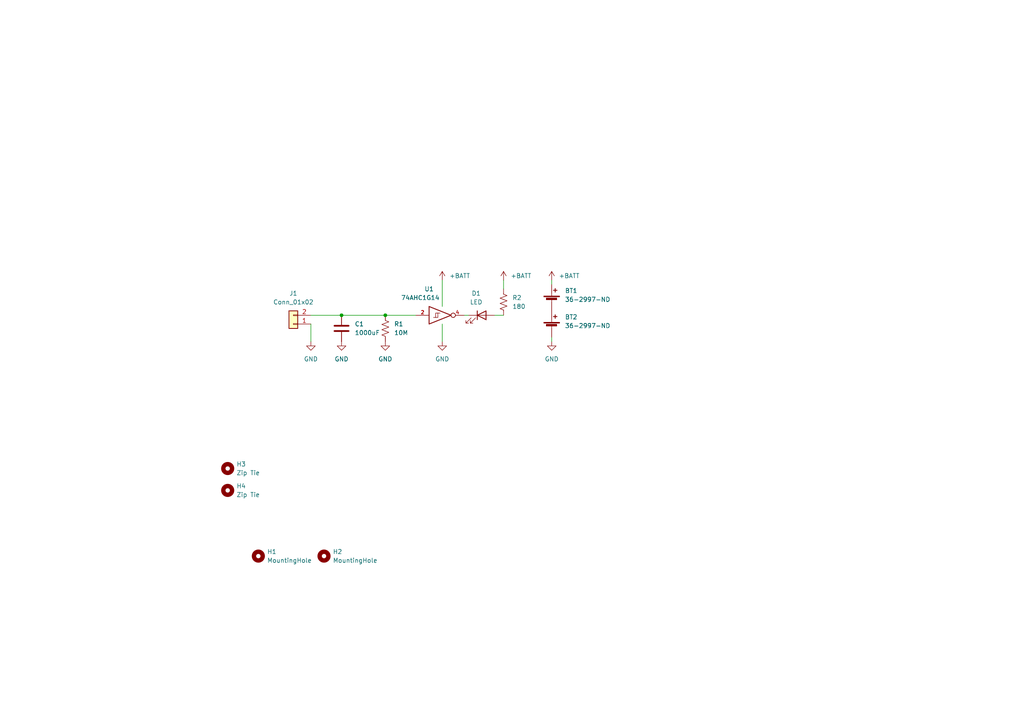
<source format=kicad_sch>
(kicad_sch (version 20211123) (generator eeschema)
  (paper "A4")
  (lib_symbols
    (symbol "74xGxx:74AHC1G14" (pin_names (offset 1.016))
      (property "Reference" "U" (at -2.54 3.81 0))
      (property "Value" "74AHC1G14" (at 0 -3.81 0))
      (symbol "74AHC1G14_0_1"
        (polyline (pts (xy -1.905 -0.635) (xy -1.27 -0.635) (xy -1.27 0.635)))
        (polyline (pts (xy -3.81 2.54) (xy -3.81 -2.54) (xy 2.54 0) (xy -3.81 2.54)) (stroke (width 0.254)))
        (polyline (pts (xy -2.54 -0.635) (xy -1.905 -0.635) (xy -1.905 0.635) (xy -0.635 0.635)))
      )
      (symbol "74AHC1G14_1_1"
        (pin input line (at -7.62 0 0) (length 3.81) (name "~") (number "2"))
        (pin power_in line (at 0 -2.54 270) (length 0) hide (name "GND") (number "3"))
        (pin output inverted (at 6.35 0 180) (length 3.81) (name "~") (number "4"))
        (pin power_in line (at 0 2.54 90) (length 0) hide (name "VCC") (number "5"))
      )
    )
    (symbol "Connector_Generic:Conn_01x02" (pin_names (offset 1.016) hide)
      (property "Reference" "J" (at 0 2.54 0))
      (property "Value" "Conn_01x02" (at 0 -5.08 0))
      (symbol "Conn_01x02_1_1"
        (rectangle (start -1.27 -2.413) (end 0 -2.667) (stroke (width 0.1524)))
        (rectangle (start -1.27 0.127) (end 0 -0.127) (stroke (width 0.1524)))
        (rectangle (start -1.27 1.27) (end 1.27 -3.81) (stroke (width 0.254)) (fill (type background)))
        (pin passive line (at -5.08 0 0) (length 3.81) (name "Pin_1") (number "1"))
        (pin passive line (at -5.08 -2.54 0) (length 3.81) (name "Pin_2") (number "2"))
      )
    )
    (symbol "Device:Battery_Cell" (pin_numbers hide) (pin_names (offset 0) hide)
      (property "Reference" "BT" (at 2.54 2.54 0))
      (property "Value" "Battery_Cell" (at 2.54 0 0))
      (symbol "Battery_Cell_0_1"
        (rectangle (start -2.286 1.778) (end 2.286 1.524) (fill (type outline)))
        (rectangle (start -1.5748 1.1938) (end 1.4732 0.6858) (fill (type outline)))
        (polyline (pts (xy 0 0.762) (xy 0 0)))
        (polyline (pts (xy 0 1.778) (xy 0 2.54)))
        (polyline (pts (xy 0.508 3.429) (xy 1.524 3.429)) (stroke (width 0.254)))
        (polyline (pts (xy 1.016 3.937) (xy 1.016 2.921)) (stroke (width 0.254)))
      )
      (symbol "Battery_Cell_1_1"
        (pin passive line (at 0 5.08 270) (length 2.54) (name "+") (number "1"))
        (pin passive line (at 0 -2.54 90) (length 2.54) (name "-") (number "2"))
      )
    )
    (symbol "Device:C" (pin_numbers hide) (pin_names (offset 0.254))
      (property "Reference" "C" (at 0.635 2.54 0))
      (property "Value" "C" (at 0.635 -2.54 0))
      (symbol "C_0_1"
        (polyline (pts (xy -2.032 -0.762) (xy 2.032 -0.762)) (stroke (width 0.508)))
        (polyline (pts (xy -2.032 0.762) (xy 2.032 0.762)) (stroke (width 0.508)))
      )
      (symbol "C_1_1"
        (pin passive line (at 0 3.81 270) (length 2.794) (name "~") (number "1"))
        (pin passive line (at 0 -3.81 90) (length 2.794) (name "~") (number "2"))
      )
    )
    (symbol "Device:LED" (pin_numbers hide) (pin_names (offset 1.016) hide)
      (property "Reference" "D" (at 0 2.54 0))
      (property "Value" "LED" (at 0 -2.54 0))
      (symbol "LED_0_1"
        (polyline (pts (xy -1.27 -1.27) (xy -1.27 1.27)) (stroke (width 0.254)))
        (polyline (pts (xy -1.27 0) (xy 1.27 0)))
        (polyline (pts (xy 1.27 -1.27) (xy 1.27 1.27) (xy -1.27 0) (xy 1.27 -1.27)) (stroke (width 0.254)))
        (polyline (pts (xy -3.048 -0.762) (xy -4.572 -2.286) (xy -3.81 -2.286) (xy -4.572 -2.286) (xy -4.572 -1.524)))
        (polyline (pts (xy -1.778 -0.762) (xy -3.302 -2.286) (xy -2.54 -2.286) (xy -3.302 -2.286) (xy -3.302 -1.524)))
      )
      (symbol "LED_1_1"
        (pin passive line (at -3.81 0 0) (length 2.54) (name "K") (number "1"))
        (pin passive line (at 3.81 0 180) (length 2.54) (name "A") (number "2"))
      )
    )
    (symbol "Device:R_US" (pin_numbers hide) (pin_names (offset 0))
      (property "Reference" "R" (at 2.54 0 90))
      (property "Value" "R_US" (at -2.54 0 90))
      (symbol "R_US_0_1"
        (polyline (pts (xy 0 -2.286) (xy 0 -2.54)))
        (polyline (pts (xy 0 2.286) (xy 0 2.54)))
        (polyline (pts (xy 0 -0.762) (xy 1.016 -1.143) (xy 0 -1.524) (xy -1.016 -1.905) (xy 0 -2.286)))
        (polyline (pts (xy 0 0.762) (xy 1.016 0.381) (xy 0 0) (xy -1.016 -0.381) (xy 0 -0.762)))
        (polyline (pts (xy 0 2.286) (xy 1.016 1.905) (xy 0 1.524) (xy -1.016 1.143) (xy 0 0.762)))
      )
      (symbol "R_US_1_1"
        (pin passive line (at 0 3.81 270) (length 1.27) (name "~") (number "1"))
        (pin passive line (at 0 -3.81 90) (length 1.27) (name "~") (number "2"))
      )
    )
    (symbol "Mechanical:MountingHole" (pin_names (offset 1.016))
      (property "Reference" "H" (at 0 5.08 0))
      (property "Value" "MountingHole" (at 0 3.175 0))
      (symbol "MountingHole_0_1"
        (circle (center 0 0) (radius 1.27) (stroke (width 1.27)))
      )
    )
    (symbol "power:+BATT" (power) (pin_names (offset 0))
      (property "Value" "+BATT" (at 0 3.556 0))
      (symbol "+BATT_0_1"
        (polyline (pts (xy -0.762 1.27) (xy 0 2.54)))
        (polyline (pts (xy 0 0) (xy 0 2.54)))
        (polyline (pts (xy 0 2.54) (xy 0.762 1.27)))
      )
      (symbol "+BATT_1_1"
        (pin power_in line (at 0 0 90) (length 0) hide (name "+BATT") (number "1"))
      )
    )
    (symbol "power:GND" (power) (pin_names (offset 0))
      (property "Value" "GND" (at 0 -3.81 0))
      (symbol "GND_0_1"
        (polyline (pts (xy 0 0) (xy 0 -1.27) (xy 1.27 -1.27) (xy 0 -2.54) (xy -1.27 -1.27) (xy 0 -1.27)))
      )
      (symbol "GND_1_1"
        (pin power_in line (at 0 0 270) (length 0) hide (name "GND") (number "1"))
      )
    )
  )
  (junction (at 111.76 91.44))
  (junction (at 99.06 91.44))
  (wire (pts (xy 160.02 82.55) (xy 160.02 81.28)))
  (wire (pts (xy 90.17 99.06) (xy 90.17 93.98)))
  (wire (pts (xy 146.05 83.82) (xy 146.05 81.28)))
  (wire (pts (xy 160.02 97.79) (xy 160.02 99.06)))
  (wire (pts (xy 99.06 91.44) (xy 111.76 91.44)))
  (wire (pts (xy 128.27 99.06) (xy 128.27 93.98)))
  (wire (pts (xy 90.17 91.44) (xy 99.06 91.44)))
  (wire (pts (xy 146.05 91.44) (xy 143.51 91.44)))
  (wire (pts (xy 134.62 91.44) (xy 135.89 91.44)))
  (wire (pts (xy 128.27 81.28) (xy 128.27 88.9)))
  (wire (pts (xy 111.76 91.44) (xy 120.65 91.44)))
  (symbol (lib_id "power:GND") (at 111.76 99.06 0) (unit 1)
    (property "Reference" "#PWR0105" (effects hide))
    (property "Value" "GND" (at 111.76 104.14 0))
  )
  (symbol (lib_id "Device:LED") (at 139.7 91.44 0) (unit 1)
    (property "Reference" "D1" (at 138.1125 85.09 0))
    (property "Value" "LED" (at 138.1125 87.63 0))
    (property "Footprint" "LED_SMD:LED_0805_2012Metric_Pad1.15x1.40mm_HandSolder" (effects hide))
  )
  (symbol (lib_id "Device:Battery_Cell") (at 160.02 95.25 0) (unit 1)
    (property "Reference" "BT2" (at 163.83 91.9479 0) (effects (justify left)))
    (property "Value" "36-2997-ND" (at 163.83 94.4879 0) (effects (justify left)))
    (property "Footprint" "Battery:BatteryHolder_Keystone_3001_1x12mm" (effects hide))
  )
  (symbol (lib_id "power:GND") (at 160.02 99.06 0) (unit 1)
    (property "Reference" "#PWR0103" (effects hide))
    (property "Value" "GND" (at 160.02 104.14 0))
  )
  (symbol (lib_id "power:GND") (at 99.06 99.06 0) (unit 1)
    (property "Reference" "#PWR0106" (effects hide))
    (property "Value" "GND" (at 99.06 104.14 0))
  )
  (symbol (lib_id "Connector_Generic:Conn_01x02") (at 85.09 93.98 180) (unit 1)
    (property "Reference" "J1" (at 85.09 85.09 0))
    (property "Value" "Conn_01x02" (at 85.09 87.63 0))
    (property "Footprint" "Connector_Wire:SolderWire-0.75sqmm_1x02_P7mm_D1.25mm_OD3.5mm" (effects hide))
  )
  (symbol (lib_id "Mechanical:MountingHole") (at 66.04 135.89 0) (unit 1)
    (property "Reference" "H3" (at 68.58 134.6199 0) (effects (justify left)))
    (property "Value" "Zip Tie" (at 68.58 137.1599 0) (effects (justify left)))
    (property "Footprint" "MountingHole:MountingHole_2.7mm" (effects hide))
  )
  (symbol (lib_id "Mechanical:MountingHole") (at 74.93 161.29 0) (unit 1)
    (property "Reference" "H1" (at 77.47 160.0199 0) (effects (justify left)))
    (property "Value" "MountingHole" (at 77.47 162.5599 0) (effects (justify left)))
    (property "Footprint" "MountingHole:MountingHole_2.2mm_M2" (effects hide))
  )
  (symbol (lib_id "power:+BATT") (at 160.02 81.28 0) (unit 1)
    (property "Reference" "#PWR0104" (effects hide))
    (property "Value" "+BATT" (at 165.1 80.01 0))
  )
  (symbol (lib_id "power:GND") (at 128.27 99.06 0) (unit 1)
    (property "Reference" "#PWR0108" (effects hide))
    (property "Value" "GND" (at 128.27 104.14 0))
  )
  (symbol (lib_id "Device:R_US") (at 111.76 95.25 0) (unit 1)
    (property "Reference" "R1" (at 114.3 93.9799 0) (effects (justify left)))
    (property "Value" "10M" (at 114.3 96.5199 0) (effects (justify left)))
    (property "Footprint" "Resistor_SMD:R_0805_2012Metric_Pad1.20x1.40mm_HandSolder" (effects hide))
  )
  (symbol (lib_id "power:GND") (at 90.17 99.06 0) (unit 1)
    (property "Reference" "#PWR0107" (effects hide))
    (property "Value" "GND" (at 90.17 104.14 0))
  )
  (symbol (lib_id "Mechanical:MountingHole") (at 93.98 161.29 0) (unit 1)
    (property "Reference" "H2" (at 96.52 160.0199 0) (effects (justify left)))
    (property "Value" "MountingHole" (at 96.52 162.5599 0) (effects (justify left)))
    (property "Footprint" "MountingHole:MountingHole_2.2mm_M2" (effects hide))
  )
  (symbol (lib_id "74xGxx:74AHC1G14") (at 128.27 91.44 0) (unit 1)
    (property "Reference" "U1" (at 124.46 83.82 0))
    (property "Value" "74AHC1G14" (at 121.92 86.36 0))
    (property "Footprint" "Package_TO_SOT_SMD:SOT-353_SC-70-5_Handsoldering" (effects hide))
    (property "Datasheet" "https://www.ti.com/lit/ds/symlink/sn74lvc1g14.pdf" (effects hide))
  )
  (symbol (lib_id "Device:R_US") (at 146.05 87.63 0) (unit 1)
    (property "Reference" "R2" (at 148.59 86.3599 0) (effects (justify left)))
    (property "Value" "180" (at 148.59 88.8999 0) (effects (justify left)))
    (property "Footprint" "Resistor_SMD:R_0805_2012Metric_Pad1.20x1.40mm_HandSolder" (effects hide))
  )
  (symbol (lib_id "Device:C") (at 99.06 95.25 0) (unit 1)
    (property "Reference" "C1" (at 102.87 93.9799 0) (effects (justify left)))
    (property "Value" "1000uF" (at 102.87 96.5199 0) (effects (justify left)))
    (property "Footprint" "Capacitor_THT:CP_Radial_D8.0mm_P3.80mm" (effects hide))
  )
  (symbol (lib_id "Mechanical:MountingHole") (at 66.04 142.24 0) (unit 1)
    (property "Reference" "H4" (at 68.58 140.9699 0) (effects (justify left)))
    (property "Value" "Zip Tie" (at 68.58 143.5099 0) (effects (justify left)))
    (property "Footprint" "MountingHole:MountingHole_2.7mm" (effects hide))
  )
  (symbol (lib_id "power:+BATT") (at 146.05 81.28 0) (unit 1)
    (property "Reference" "#PWR0102" (effects hide))
    (property "Value" "+BATT" (at 151.13 80.01 0))
  )
  (symbol (lib_id "power:+BATT") (at 128.27 81.28 0) (unit 1)
    (property "Reference" "#PWR0101" (effects hide))
    (property "Value" "+BATT" (at 133.35 80.01 0))
  )
  (symbol (lib_id "Device:Battery_Cell") (at 160.02 87.63 0) (unit 1)
    (property "Reference" "BT1" (at 163.83 84.3279 0) (effects (justify left)))
    (property "Value" "36-2997-ND" (at 163.83 86.8679 0) (effects (justify left)))
    (property "Footprint" "Battery:BatteryHolder_Keystone_3001_1x12mm" (effects hide))
  )
)
</source>
